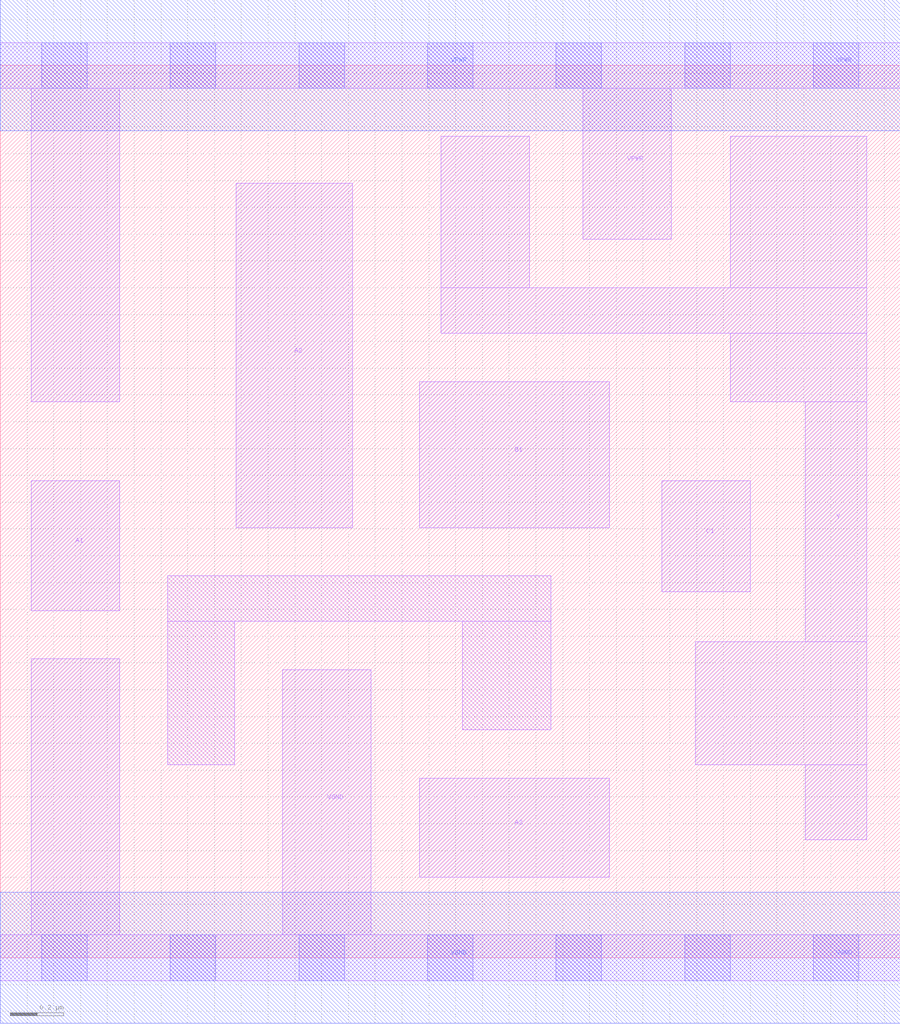
<source format=lef>
# Copyright 2020 The SkyWater PDK Authors
#
# Licensed under the Apache License, Version 2.0 (the "License");
# you may not use this file except in compliance with the License.
# You may obtain a copy of the License at
#
#     https://www.apache.org/licenses/LICENSE-2.0
#
# Unless required by applicable law or agreed to in writing, software
# distributed under the License is distributed on an "AS IS" BASIS,
# WITHOUT WARRANTIES OR CONDITIONS OF ANY KIND, either express or implied.
# See the License for the specific language governing permissions and
# limitations under the License.
#
# SPDX-License-Identifier: Apache-2.0

VERSION 5.7 ;
  NAMESCASESENSITIVE ON ;
  NOWIREEXTENSIONATPIN ON ;
  DIVIDERCHAR "/" ;
  BUSBITCHARS "[]" ;
UNITS
  DATABASE MICRONS 200 ;
END UNITS
MACRO sky130_fd_sc_lp__o311ai_lp
  CLASS CORE ;
  SOURCE USER ;
  FOREIGN sky130_fd_sc_lp__o311ai_lp ;
  ORIGIN  0.000000  0.000000 ;
  SIZE  3.360000 BY  3.330000 ;
  SYMMETRY X Y R90 ;
  SITE unit ;
  PIN A1
    ANTENNAGATEAREA  0.313000 ;
    DIRECTION INPUT ;
    USE SIGNAL ;
    PORT
      LAYER li1 ;
        RECT 0.115000 1.295000 0.445000 1.780000 ;
    END
  END A1
  PIN A2
    ANTENNAGATEAREA  0.313000 ;
    DIRECTION INPUT ;
    USE SIGNAL ;
    PORT
      LAYER li1 ;
        RECT 0.880000 1.605000 1.315000 2.890000 ;
    END
  END A2
  PIN A3
    ANTENNAGATEAREA  0.313000 ;
    DIRECTION INPUT ;
    USE SIGNAL ;
    PORT
      LAYER li1 ;
        RECT 1.565000 0.300000 2.275000 0.670000 ;
    END
  END A3
  PIN B1
    ANTENNAGATEAREA  0.313000 ;
    DIRECTION INPUT ;
    USE SIGNAL ;
    PORT
      LAYER li1 ;
        RECT 1.565000 1.605000 2.275000 2.150000 ;
    END
  END B1
  PIN C1
    ANTENNAGATEAREA  0.313000 ;
    DIRECTION INPUT ;
    USE SIGNAL ;
    PORT
      LAYER li1 ;
        RECT 2.470000 1.365000 2.800000 1.780000 ;
    END
  END C1
  PIN Y
    ANTENNADIFFAREA  0.684700 ;
    DIRECTION OUTPUT ;
    USE SIGNAL ;
    PORT
      LAYER li1 ;
        RECT 1.645000 2.330000 3.235000 2.500000 ;
        RECT 1.645000 2.500000 1.975000 3.065000 ;
        RECT 2.595000 0.720000 3.235000 1.180000 ;
        RECT 2.725000 2.075000 3.235000 2.330000 ;
        RECT 2.725000 2.500000 3.235000 3.065000 ;
        RECT 3.005000 0.440000 3.235000 0.720000 ;
        RECT 3.005000 1.180000 3.235000 2.075000 ;
    END
  END Y
  PIN VGND
    DIRECTION INOUT ;
    USE GROUND ;
    PORT
      LAYER li1 ;
        RECT 0.000000 -0.085000 3.360000 0.085000 ;
        RECT 0.115000  0.085000 0.445000 1.115000 ;
        RECT 1.055000  0.085000 1.385000 1.075000 ;
      LAYER mcon ;
        RECT 0.155000 -0.085000 0.325000 0.085000 ;
        RECT 0.635000 -0.085000 0.805000 0.085000 ;
        RECT 1.115000 -0.085000 1.285000 0.085000 ;
        RECT 1.595000 -0.085000 1.765000 0.085000 ;
        RECT 2.075000 -0.085000 2.245000 0.085000 ;
        RECT 2.555000 -0.085000 2.725000 0.085000 ;
        RECT 3.035000 -0.085000 3.205000 0.085000 ;
      LAYER met1 ;
        RECT 0.000000 -0.245000 3.360000 0.245000 ;
    END
  END VGND
  PIN VPWR
    DIRECTION INOUT ;
    USE POWER ;
    PORT
      LAYER li1 ;
        RECT 0.000000 3.245000 3.360000 3.415000 ;
        RECT 0.115000 2.075000 0.445000 3.245000 ;
        RECT 2.175000 2.680000 2.505000 3.245000 ;
      LAYER mcon ;
        RECT 0.155000 3.245000 0.325000 3.415000 ;
        RECT 0.635000 3.245000 0.805000 3.415000 ;
        RECT 1.115000 3.245000 1.285000 3.415000 ;
        RECT 1.595000 3.245000 1.765000 3.415000 ;
        RECT 2.075000 3.245000 2.245000 3.415000 ;
        RECT 2.555000 3.245000 2.725000 3.415000 ;
        RECT 3.035000 3.245000 3.205000 3.415000 ;
      LAYER met1 ;
        RECT 0.000000 3.085000 3.360000 3.575000 ;
    END
  END VPWR
  OBS
    LAYER li1 ;
      RECT 0.625000 0.720000 0.875000 1.255000 ;
      RECT 0.625000 1.255000 2.055000 1.425000 ;
      RECT 1.725000 0.850000 2.055000 1.255000 ;
  END
END sky130_fd_sc_lp__o311ai_lp

</source>
